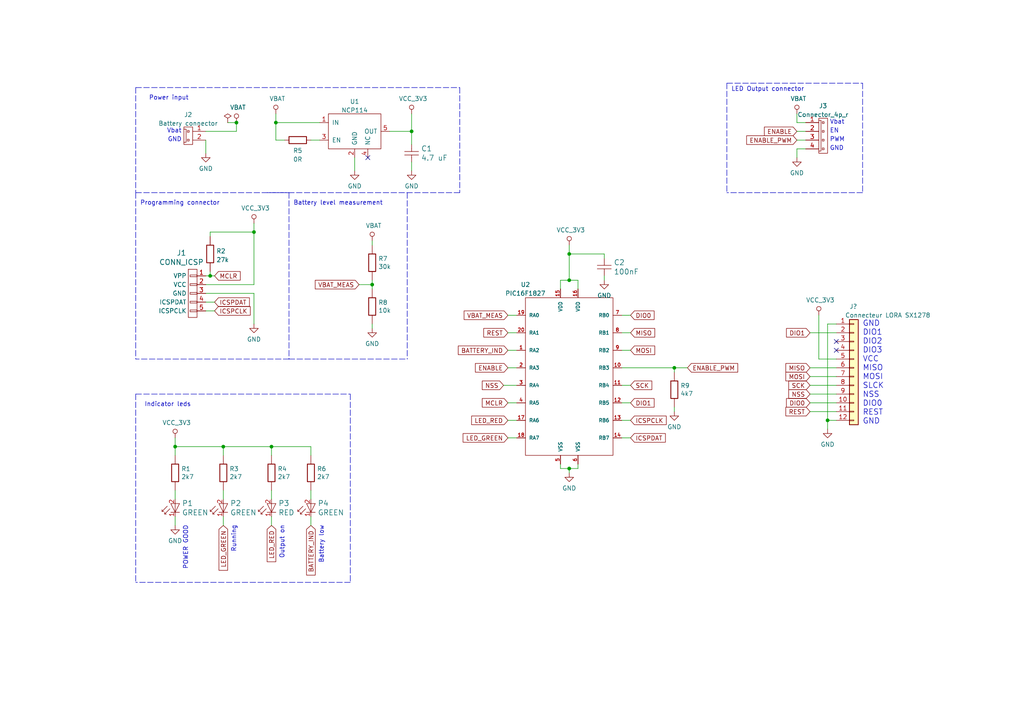
<source format=kicad_sch>
(kicad_sch (version 20211123) (generator eeschema)
  (paper "A4")
  (title_block (title "Lampe Solaire petite") (date "2020-09-26") (rev "r10") (company "ESN") (comment 1 "Esseiva Nicolas") (comment 2 "Lampe solaire commandée par un récepteur RF"))
  (lib_symbols
    (symbol "0ESN_Lib:AP3019A"
      (property "Reference" "U" (at -22.86 7.62 0))
      (property "Value" "AP3019A" (at -16.51 11.43 0))
      (symbol "AP3019A_0_1"
        (rectangle (start -7.62 5.08) (end 7.62 -5.08) (stroke (width 0.1524)) (fill (type background)))
      )
      (symbol "AP3019A_1_1"
        (pin input line (at -2.54 7.62 270) (length 2.54) (name "SW") (number "1"))
        (pin power_in line (at 0 -7.62 90) (length 2.54) (name "GND") (number "2"))
        (pin output line (at 10.16 -1.27 180) (length 2.54) (name "FB") (number "3"))
        (pin input line (at -10.16 -1.27 0) (length 2.54) (name "CTRL") (number "4"))
        (pin power_out line (at 2.54 7.62 270) (length 2.54) (name "Vout") (number "5"))
        (pin power_in line (at -10.16 1.27 0) (length 2.54) (name "Vin") (number "6"))
      )
    )
    (symbol "0ESN_Lib:Connector_2p" (pin_names (offset 1.016) hide)
      (property "Reference" "J" (at 0 3.81 0))
      (property "Value" "Connector_2p" (at -2.54 0 90))
      (symbol "Connector_2p_0_1"
        (rectangle (start -1.27 2.54) (end 1.27 -2.54))
        (polyline (pts (xy -0.635 1.905) (xy -1.27 1.905)) (stroke (width 0.1524)))
        (polyline (pts (xy -1.27 -1.905) (xy -0.635 -1.905) (xy -0.635 1.905)) (stroke (width 0.1524)))
        (rectangle (start 0.254 -1.016) (end -0.254 -1.524) (stroke (width 0.1524)))
        (rectangle (start 0.254 1.524) (end -0.254 1.016) (stroke (width 0.1524)))
      )
      (symbol "Connector_2p_1_1"
        (pin passive line (at 5.08 1.27 180) (length 3.81) (name "P1") (number "1"))
        (pin passive line (at 5.08 -1.27 180) (length 3.81) (name "P2") (number "2"))
      )
    )
    (symbol "0ESN_Lib:Connector_4p" (pin_names (offset 1.016) hide)
      (property "Reference" "J" (at 0 6.35 0))
      (property "Value" "Connector_4p" (at -2.54 2.54 90))
      (symbol "Connector_4p_0_1"
        (rectangle (start -1.27 5.08) (end 1.27 -5.08))
        (polyline (pts (xy -0.635 4.445) (xy -1.27 4.445)) (stroke (width 0.1524)))
        (polyline (pts (xy -1.27 -4.445) (xy -0.635 -4.445) (xy -0.635 4.445)) (stroke (width 0.1524)))
        (rectangle (start 0.254 -3.556) (end -0.254 -4.064) (stroke (width 0.1524)))
        (rectangle (start 0.254 -1.016) (end -0.254 -1.524) (stroke (width 0.1524)))
        (rectangle (start 0.254 1.524) (end -0.254 1.016) (stroke (width 0.1524)))
        (rectangle (start 0.254 4.064) (end -0.254 3.556) (stroke (width 0.1524)))
      )
      (symbol "Connector_4p_1_1"
        (pin passive line (at 5.08 3.81 180) (length 3.81) (name "P1") (number "1"))
        (pin passive line (at 5.08 1.27 180) (length 3.81) (name "P2") (number "2"))
        (pin passive line (at 5.08 -1.27 180) (length 3.81) (name "P3") (number "3"))
        (pin passive line (at 5.08 -3.81 180) (length 3.81) (name "P4") (number "4"))
      )
    )
    (symbol "0ESN_Lib:Connector_4p_r" (pin_names (offset 1.016) hide)
      (property "Reference" "J" (at 0 6.35 0))
      (property "Value" "Connector_4p_r" (at -2.54 2.54 90))
      (symbol "Connector_4p_r_0_1"
        (rectangle (start -1.27 5.08) (end 1.27 -5.08))
        (polyline (pts (xy -0.635 4.445) (xy -1.27 4.445)) (stroke (width 0.1524)))
        (polyline (pts (xy -1.27 -4.445) (xy -0.635 -4.445) (xy -0.635 4.445)) (stroke (width 0.1524)))
        (rectangle (start 0.254 -3.556) (end -0.254 -4.064) (stroke (width 0.1524)))
        (rectangle (start 0.254 -1.016) (end -0.254 -1.524) (stroke (width 0.1524)))
        (rectangle (start 0.254 1.524) (end -0.254 1.016) (stroke (width 0.1524)))
        (rectangle (start 0.254 4.064) (end -0.254 3.556) (stroke (width 0.1524)))
      )
      (symbol "Connector_4p_r_1_1"
        (pin passive line (at -5.08 3.81 0) (length 3.81) (name "P1") (number "1"))
        (pin passive line (at -5.08 1.27 0) (length 3.81) (name "P2") (number "2"))
        (pin passive line (at -5.08 -1.27 0) (length 3.81) (name "P3") (number "3"))
        (pin passive line (at -5.08 -3.81 0) (length 3.81) (name "P4") (number "4"))
      )
    )
    (symbol "0ESN_Lib:NCP114" (pin_names (offset 1.016))
      (property "Reference" "U" (at 5.08 8.89 0))
      (property "Value" "NCP114" (at 5.08 6.35 0))
      (symbol "NCP114_0_1"
        (rectangle (start -7.62 5.08) (end 7.62 -5.08))
      )
      (symbol "NCP114_1_1"
        (pin power_in line (at -10.16 2.54 0) (length 2.54) (name "IN") (number "1"))
        (pin power_in line (at 0 -7.62 90) (length 2.54) (name "GND") (number "2"))
        (pin input line (at -10.16 -2.54 0) (length 2.54) (name "EN") (number "3"))
        (pin passive line (at 3.81 -7.62 90) (length 2.54) (name "NC") (number "4"))
        (pin power_out line (at 10.16 0 180) (length 2.54) (name "OUT") (number "5"))
      )
    )
    (symbol "Connector_Generic:Conn_01x12" (pin_names (offset 1.016) hide)
      (property "Reference" "J" (at 0 15.24 0))
      (property "Value" "Conn_01x12" (at 0 -17.78 0))
      (symbol "Conn_01x12_1_1"
        (rectangle (start -1.27 -15.113) (end 0 -15.367) (stroke (width 0.1524)))
        (rectangle (start -1.27 -12.573) (end 0 -12.827) (stroke (width 0.1524)))
        (rectangle (start -1.27 -10.033) (end 0 -10.287) (stroke (width 0.1524)))
        (rectangle (start -1.27 -7.493) (end 0 -7.747) (stroke (width 0.1524)))
        (rectangle (start -1.27 -4.953) (end 0 -5.207) (stroke (width 0.1524)))
        (rectangle (start -1.27 -2.413) (end 0 -2.667) (stroke (width 0.1524)))
        (rectangle (start -1.27 0.127) (end 0 -0.127) (stroke (width 0.1524)))
        (rectangle (start -1.27 2.667) (end 0 2.413) (stroke (width 0.1524)))
        (rectangle (start -1.27 5.207) (end 0 4.953) (stroke (width 0.1524)))
        (rectangle (start -1.27 7.747) (end 0 7.493) (stroke (width 0.1524)))
        (rectangle (start -1.27 10.287) (end 0 10.033) (stroke (width 0.1524)))
        (rectangle (start -1.27 12.827) (end 0 12.573) (stroke (width 0.1524)))
        (rectangle (start -1.27 13.97) (end 1.27 -16.51) (stroke (width 0.254)) (fill (type background)))
        (pin passive line (at -5.08 12.7 0) (length 3.81) (name "Pin_1") (number "1"))
        (pin passive line (at -5.08 -10.16 0) (length 3.81) (name "Pin_10") (number "10"))
        (pin passive line (at -5.08 -12.7 0) (length 3.81) (name "Pin_11") (number "11"))
        (pin passive line (at -5.08 -15.24 0) (length 3.81) (name "Pin_12") (number "12"))
        (pin passive line (at -5.08 10.16 0) (length 3.81) (name "Pin_2") (number "2"))
        (pin passive line (at -5.08 7.62 0) (length 3.81) (name "Pin_3") (number "3"))
        (pin passive line (at -5.08 5.08 0) (length 3.81) (name "Pin_4") (number "4"))
        (pin passive line (at -5.08 2.54 0) (length 3.81) (name "Pin_5") (number "5"))
        (pin passive line (at -5.08 0 0) (length 3.81) (name "Pin_6") (number "6"))
        (pin passive line (at -5.08 -2.54 0) (length 3.81) (name "Pin_7") (number "7"))
        (pin passive line (at -5.08 -5.08 0) (length 3.81) (name "Pin_8") (number "8"))
        (pin passive line (at -5.08 -7.62 0) (length 3.81) (name "Pin_9") (number "9"))
      )
    )
    (symbol "Device:C_Small" (pin_numbers hide) (pin_names (offset 0.254) hide)
      (property "Reference" "C" (at 0.254 1.778 0))
      (property "Value" "C_Small" (at 0.254 -2.032 0))
      (symbol "C_Small_0_1"
        (polyline (pts (xy -1.524 -0.508) (xy 1.524 -0.508)) (stroke (width 0.3302)))
        (polyline (pts (xy -1.524 0.508) (xy 1.524 0.508)) (stroke (width 0.3048)))
      )
      (symbol "C_Small_1_1"
        (pin passive line (at 0 2.54 270) (length 2.032) (name "~") (number "1"))
        (pin passive line (at 0 -2.54 90) (length 2.032) (name "~") (number "2"))
      )
    )
    (symbol "Device:L" (pin_numbers hide) (pin_names (offset 1.016) hide)
      (property "Reference" "L" (at -1.27 0 90))
      (property "Value" "L" (at 1.905 0 90))
      (symbol "L_0_1"
        (arc (start 0 -2.54) (mid 0.635 -1.905) (end 0 -1.27))
        (arc (start 0 -1.27) (mid 0.635 -0.635) (end 0 0))
        (arc (start 0 0) (mid 0.635 0.635) (end 0 1.27))
        (arc (start 0 1.27) (mid 0.635 1.905) (end 0 2.54))
      )
      (symbol "L_1_1"
        (pin passive line (at 0 3.81 270) (length 1.27) (name "1") (number "1"))
        (pin passive line (at 0 -3.81 90) (length 1.27) (name "2") (number "2"))
      )
    )
    (symbol "Device:LED_Series" (pin_names (offset 1.016) hide)
      (property "Reference" "D" (at 0 5.715 0))
      (property "Value" "LED_Series" (at 0 3.81 0))
      (symbol "LED_Series_0_1"
        (polyline (pts (xy -3.81 0) (xy -1.016 0)))
        (polyline (pts (xy -3.683 -1.27) (xy -3.683 1.27)) (stroke (width 0.254)))
        (polyline (pts (xy -0.508 0) (xy -0.762 0)))
        (polyline (pts (xy 0.127 0) (xy -0.127 0)))
        (polyline (pts (xy 0.508 0) (xy 0.762 0)))
        (polyline (pts (xy 1.016 0) (xy 3.81 0)))
        (polyline (pts (xy 1.143 -1.27) (xy 1.143 1.27)) (stroke (width 0.254)))
        (polyline (pts (xy -1.143 -1.27) (xy -1.143 1.27) (xy -3.683 0) (xy -1.143 -1.27)) (stroke (width 0.254)))
        (polyline (pts (xy 3.683 -1.27) (xy 3.683 1.27) (xy 1.143 0) (xy 3.683 -1.27)) (stroke (width 0.254)))
        (polyline (pts (xy -3.302 1.397) (xy -1.778 2.921) (xy -2.54 2.921) (xy -1.778 2.921) (xy -1.778 2.159)))
        (polyline (pts (xy -2.032 1.397) (xy -0.508 2.921) (xy -1.27 2.921) (xy -0.508 2.921) (xy -0.508 2.159)))
        (polyline (pts (xy 1.524 1.397) (xy 3.048 2.921) (xy 2.286 2.921) (xy 3.048 2.921) (xy 3.048 2.159)))
        (polyline (pts (xy 2.794 1.397) (xy 4.318 2.921) (xy 3.556 2.921) (xy 4.318 2.921) (xy 4.318 2.159)))
      )
      (symbol "LED_Series_1_1"
        (pin passive line (at -6.35 0 0) (length 2.54) (name "K") (number "1"))
        (pin passive line (at 6.35 0 180) (length 2.54) (name "A") (number "2"))
      )
    )
    (symbol "Device:R" (pin_numbers hide) (pin_names (offset 0))
      (property "Reference" "R" (at 2.032 0 90))
      (property "Value" "R" (at 0 0 90))
      (symbol "R_0_1"
        (rectangle (start -1.016 -2.54) (end 1.016 2.54) (stroke (width 0.254)))
      )
      (symbol "R_1_1"
        (pin passive line (at 0 3.81 270) (length 1.27) (name "~") (number "1"))
        (pin passive line (at 0 -3.81 90) (length 1.27) (name "~") (number "2"))
      )
    )
    (symbol "Device:R_Potentiometer_Trim" (pin_names (offset 1.016) hide)
      (property "Reference" "RV" (at -4.445 0 90))
      (property "Value" "R_Potentiometer_Trim" (at -2.54 0 90))
      (symbol "R_Potentiometer_Trim_0_1"
        (polyline (pts (xy 1.524 0.762) (xy 1.524 -0.762)))
        (polyline (pts (xy 2.54 0) (xy 1.524 0)))
        (rectangle (start 1.016 2.54) (end -1.016 -2.54) (stroke (width 0.254)))
      )
      (symbol "R_Potentiometer_Trim_1_1"
        (pin passive line (at 0 3.81 270) (length 1.27) (name "1") (number "1"))
        (pin passive line (at 3.81 0 180) (length 1.27) (name "2") (number "2"))
        (pin passive line (at 0 -3.81 90) (length 1.27) (name "3") (number "3"))
      )
    )
    (symbol "LampeSolaire2-rescue:CAPA-0EsseivaN_Lib" (pin_numbers hide) (pin_names (offset 1.016) hide)
      (property "Reference" "C" (at 0 3.81 0))
      (property "Value" "CAPA-0EsseivaN_Lib" (at 0 -3.81 0))
      (symbol "CAPA-0EsseivaN_Lib_0_1"
        (polyline (pts (xy -0.508 0) (xy -1.27 0)))
        (polyline (pts (xy -0.508 2.032) (xy -0.508 -2.032)))
        (polyline (pts (xy 0.508 0) (xy 1.27 0)))
        (polyline (pts (xy 0.508 2.032) (xy 0.508 -2.032)))
      )
      (symbol "CAPA-0EsseivaN_Lib_1_1"
        (pin passive line (at -2.54 0 0) (length 1.27) (name "~") (number "1"))
        (pin passive line (at 2.54 0 180) (length 1.27) (name "~") (number "2"))
      )
    )
    (symbol "LampeSolaire2-rescue:CONN_ICSP-0EsseivaN_Lib" (pin_names (offset 3.048))
      (property "Reference" "X" (at 3.81 15.24 0))
      (property "Value" "CONN_ICSP-0EsseivaN_Lib" (at 3.81 12.7 0))
      (symbol "CONN_ICSP-0EsseivaN_Lib_0_0"
        (rectangle (start 5.08 -1.016) (end 3.048 -1.524))
        (rectangle (start 5.08 1.524) (end 3.048 1.016))
        (rectangle (start 5.08 4.064) (end 3.048 3.556))
        (rectangle (start 5.08 6.604) (end 3.048 6.096))
        (rectangle (start 5.08 9.144) (end 3.048 8.636))
        (rectangle (start 5.08 10.795) (end 2.54 -3.175))
      )
      (symbol "CONN_ICSP-0EsseivaN_Lib_1_1"
        (pin output line (at 7.62 8.89 180) (length 2.54) (name "VPP") (number "1"))
        (pin power_out line (at 7.62 6.35 180) (length 2.54) (name "VCC") (number "2"))
        (pin power_out line (at 7.62 3.81 180) (length 2.54) (name "GND") (number "3"))
        (pin bidirectional line (at 7.62 1.27 180) (length 2.54) (name "ICSPDAT") (number "4"))
        (pin bidirectional line (at 7.62 -1.27 180) (length 2.54) (name "ICSPCLK") (number "5"))
      )
    )
    (symbol "LampeSolaire2-rescue:LED-0EsseivaN_Lib" (pin_names (offset 0) hide)
      (property "Reference" "P" (at -1.016 5.842 0))
      (property "Value" "LED-0EsseivaN_Lib" (at -1.27 3.81 0))
      (symbol "LED-0EsseivaN_Lib_0_0"
        (polyline (pts (xy -1.27 0) (xy 1.27 0)))
        (polyline (pts (xy -0.508 -2.286) (xy 1.016 -3.81)))
        (polyline (pts (xy 0.254 -1.524) (xy 1.778 -3.048)))
        (polyline (pts (xy 1.27 1.27) (xy 1.27 -1.27)))
        (polyline (pts (xy 1.016 -3.302) (xy 1.016 -3.81) (xy 0.508 -3.81)))
        (polyline (pts (xy 1.778 -2.54) (xy 1.778 -3.048) (xy 1.27 -3.048)))
        (polyline (pts (xy -1.27 1.27) (xy -1.27 -1.27) (xy 1.27 0) (xy -1.27 1.27)))
      )
      (symbol "LED-0EsseivaN_Lib_1_1"
        (pin passive line (at 2.54 0 180) (length 1.27) (name "Cathode") (number "1"))
        (pin passive line (at -2.54 0 0) (length 1.27) (name "Anode") (number "2"))
      )
    )
    (symbol "LampeSolaire2-rescue:PIC16F1827_20-0EsseivaN_Lib" (pin_names (offset 1.016))
      (property "Reference" "U" (at -15.24 26.67 0))
      (property "Value" "PIC16F1827_20-0EsseivaN_Lib" (at -19.05 24.13 0))
      (symbol "PIC16F1827_20-0EsseivaN_Lib_0_0"
        (pin bidirectional line (at -15.24 7.62 0) (length 2.54) (name "RA2") (number "1"))
        (pin bidirectional line (at 15.24 2.54 180) (length 2.54) (name "RB3") (number "10"))
        (pin bidirectional line (at 15.24 -2.54 180) (length 2.54) (name "RB4") (number "11"))
        (pin bidirectional line (at 15.24 -7.62 180) (length 2.54) (name "RB5") (number "12"))
        (pin bidirectional line (at 15.24 -12.7 180) (length 2.54) (name "RB6") (number "13"))
        (pin bidirectional line (at 15.24 -17.78 180) (length 2.54) (name "RB7") (number "14"))
        (pin power_in line (at -2.54 25.4 270) (length 2.54) (name "VDD") (number "15"))
        (pin power_in line (at 2.54 25.4 270) (length 2.54) (name "VDD") (number "16"))
        (pin bidirectional line (at -15.24 -12.7 0) (length 2.54) (name "RA6") (number "17"))
        (pin bidirectional line (at -15.24 -17.78 0) (length 2.54) (name "RA7") (number "18"))
        (pin bidirectional line (at -15.24 17.78 0) (length 2.54) (name "RA0") (number "19"))
        (pin bidirectional line (at -15.24 2.54 0) (length 2.54) (name "RA3") (number "2"))
        (pin bidirectional line (at -15.24 12.7 0) (length 2.54) (name "RA1") (number "20"))
        (pin bidirectional line (at -15.24 -2.54 0) (length 2.54) (name "RA4") (number "3"))
        (pin bidirectional line (at -15.24 -7.62 0) (length 2.54) (name "RA5") (number "4"))
        (pin power_in line (at -2.54 -25.4 90) (length 2.54) (name "VSS") (number "5"))
        (pin bidirectional line (at 15.24 12.7 180) (length 2.54) (name "RB1") (number "8"))
        (pin bidirectional line (at 15.24 7.62 180) (length 2.54) (name "RB2") (number "9"))
      )
      (symbol "PIC16F1827_20-0EsseivaN_Lib_0_1"
        (rectangle (start -12.7 22.86) (end 12.7 -22.86))
      )
      (symbol "PIC16F1827_20-0EsseivaN_Lib_1_0"
        (pin bidirectional line (at 15.24 17.78 180) (length 2.54) (name "RB0") (number "7"))
      )
      (symbol "PIC16F1827_20-0EsseivaN_Lib_1_1"
        (pin power_in line (at 2.54 -25.4 90) (length 2.54) (name "VSS") (number "6"))
      )
    )
    (symbol "LampeSolaire2-rescue:PWR_FLAG-power-0EsseivaN_Lib" (power) (pin_numbers hide) (pin_names (offset 0) hide)
      (symbol "PWR_FLAG-power-0EsseivaN_Lib_0_0"
        (pin power_out line (at 0 0 90) (length 0) (name "pwr") (number "1"))
      )
      (symbol "PWR_FLAG-power-0EsseivaN_Lib_0_1"
        (polyline (pts (xy 0 0) (xy 0 1.27) (xy -1.016 1.905) (xy 0 2.54) (xy 1.016 1.905) (xy 0 1.27)))
      )
    )
    (symbol "LampeSolaire2-rescue:R-0EsseivaN_Lib" (pin_numbers hide) (pin_names (offset 0))
      (property "Reference" "R" (at 2.032 0 90))
      (property "Value" "R-0EsseivaN_Lib" (at 0 0 90))
      (symbol "R-0EsseivaN_Lib_0_1"
        (rectangle (start -1.016 -2.54) (end 1.016 2.54) (stroke (width 0.254)))
      )
      (symbol "R-0EsseivaN_Lib_1_1"
        (pin passive line (at 0 5.08 270) (length 2.54) (name "~") (number "1"))
        (pin passive line (at 0 -5.08 90) (length 2.54) (name "~") (number "2"))
      )
    )
    (symbol "LampeSolaire2-rescue:VBAT-0EsseivaN_Lib" (power) (pin_names (offset 0))
      (property "Value" "VBAT-0EsseivaN_Lib" (at 0 3.81 0))
      (symbol "VBAT-0EsseivaN_Lib_0_1"
        (polyline (pts (xy 0 0) (xy 0 1.27)))
        (circle (center 0 1.905) (radius 0.635))
      )
      (symbol "VBAT-0EsseivaN_Lib_1_1"
        (pin power_in line (at 0 0 90) (length 0) hide (name "VBAT") (number "1"))
      )
    )
    (symbol "LampeSolaire2-rescue:VCC_3V3-0EsseivaN_Lib" (power) (pin_names (offset 0))
      (property "Value" "VCC_3V3-0EsseivaN_Lib" (at 0 3.81 0))
      (symbol "VCC_3V3-0EsseivaN_Lib_0_1"
        (polyline (pts (xy 0 0) (xy 0 1.27)))
        (circle (center 0 1.905) (radius 0.635))
      )
      (symbol "VCC_3V3-0EsseivaN_Lib_1_1"
        (pin power_in line (at 0 0 90) (length 0) hide (name "VCC_3V3") (number "1"))
      )
    )
    (symbol "power:GND" (power) (pin_names (offset 0))
      (property "Value" "GND" (at 0 -3.81 0))
      (symbol "GND_0_1"
        (polyline (pts (xy 0 0) (xy 0 -1.27) (xy 1.27 -1.27) (xy 0 -2.54) (xy -1.27 -1.27) (xy 0 -1.27)))
      )
      (symbol "GND_1_1"
        (pin power_in line (at 0 0 270) (length 0) hide (name "GND") (number "1"))
      )
    )
  )
  (junction (at 73.66 67.31))
  (junction (at 392.43 105.41))
  (junction (at 334.01 87.63))
  (junction (at 68.58 35.56))
  (junction (at 354.33 101.6))
  (junction (at 50.8 129.54))
  (junction (at 335.28 101.6))
  (junction (at 372.11 105.41))
  (junction (at 165.1 135.89))
  (junction (at 119.38 38.1))
  (junction (at 165.1 81.28))
  (junction (at 372.11 95.25))
  (junction (at 240.03 121.92))
  (junction (at 107.95 82.55))
  (junction (at 337.82 81.28))
  (junction (at 80.01 35.56))
  (junction (at 330.2 92.71))
  (junction (at 195.58 106.68))
  (junction (at 165.1 73.66))
  (junction (at 372.11 76.2))
  (junction (at 372.11 92.71))
  (junction (at 64.77 129.54))
  (junction (at 78.74 129.54))
  (junction (at 60.96 80.01))
  (no_connect (at 242.57 99.06))
  (no_connect (at 242.57 101.6))
  (no_connect (at 106.68 45.72))
  (no_connect (at 388.62 104.14))
  (wire (pts (xy 59.69 80.01) (xy 60.96 80.01)))
  (polyline (pts (xy 83.82 104.14) (xy 118.11 104.14)))
  (wire (pts (xy 334.01 81.28) (xy 337.82 81.28)))
  (wire (pts (xy 119.38 33.02) (xy 119.38 38.1)))
  (wire (pts (xy 327.66 90.17) (xy 330.2 90.17)))
  (polyline (pts (xy 425.45 73.66) (xy 425.45 109.22)))
  (wire (pts (xy 242.57 93.98) (xy 240.03 93.98)))
  (polyline (pts (xy 250.19 24.13) (xy 250.19 55.88)))
  (wire (pts (xy 180.34 101.6) (xy 182.88 101.6)))
  (polyline (pts (xy 39.37 25.4) (xy 39.37 55.88)))
  (wire (pts (xy 147.32 121.92) (xy 149.86 121.92)))
  (wire (pts (xy 64.77 142.24) (xy 64.77 144.78)))
  (wire (pts (xy 107.95 93.98) (xy 107.95 95.25)))
  (wire (pts (xy 50.8 142.24) (xy 50.8 144.78)))
  (wire (pts (xy 337.82 90.17) (xy 344.17 90.17)))
  (wire (pts (xy 165.1 71.12) (xy 165.1 73.66)))
  (wire (pts (xy 372.11 105.41) (xy 372.11 102.87)))
  (wire (pts (xy 162.56 83.82) (xy 162.56 81.28)))
  (polyline (pts (xy 83.82 55.88) (xy 83.82 55.88)))
  (wire (pts (xy 107.95 82.55) (xy 107.95 83.82)))
  (wire (pts (xy 327.66 92.71) (xy 330.2 92.71)))
  (wire (pts (xy 50.8 127) (xy 50.8 129.54)))
  (polyline (pts (xy 250.19 55.88) (xy 210.82 55.88)))
  (wire (pts (xy 356.87 76.2) (xy 372.11 76.2)))
  (wire (pts (xy 316.23 87.63) (xy 334.01 87.63)))
  (wire (pts (xy 231.14 40.64) (xy 233.68 40.64)))
  (wire (pts (xy 351.79 81.28) (xy 351.79 83.82)))
  (polyline (pts (xy 83.82 55.88) (xy 83.82 104.14)))
  (wire (pts (xy 60.96 78.74) (xy 60.96 80.01)))
  (polyline (pts (xy 39.37 114.3) (xy 39.37 168.91)))
  (wire (pts (xy 316.23 92.71) (xy 320.04 92.71)))
  (wire (pts (xy 195.58 106.68) (xy 199.39 106.68)))
  (wire (pts (xy 400.05 85.09) (xy 400.05 76.2)))
  (wire (pts (xy 147.32 106.68) (xy 149.86 106.68)))
  (wire (pts (xy 175.26 81.28) (xy 175.26 80.01)))
  (polyline (pts (xy 210.82 24.13) (xy 210.82 55.88)))
  (wire (pts (xy 335.28 87.63) (xy 334.01 87.63)))
  (polyline (pts (xy 304.8 109.22) (xy 318.77 109.22)))
  (polyline (pts (xy 118.11 55.88) (xy 118.11 104.14)))
  (wire (pts (xy 90.17 40.64) (xy 92.71 40.64)))
  (wire (pts (xy 180.34 96.52) (xy 182.88 96.52)))
  (wire (pts (xy 165.1 81.28) (xy 165.1 73.66)))
  (polyline (pts (xy 39.37 25.4) (xy 133.35 25.4)))
  (wire (pts (xy 335.28 99.06) (xy 335.28 101.6)))
  (wire (pts (xy 240.03 93.98) (xy 240.03 121.92)))
  (wire (pts (xy 354.33 101.6) (xy 354.33 105.41)))
  (wire (pts (xy 119.38 46.99) (xy 119.38 49.53)))
  (wire (pts (xy 107.95 82.55) (xy 104.14 82.55)))
  (wire (pts (xy 354.33 105.41) (xy 372.11 105.41)))
  (wire (pts (xy 180.34 116.84) (xy 182.88 116.84)))
  (wire (pts (xy 60.96 80.01) (xy 62.23 80.01)))
  (wire (pts (xy 167.64 135.89) (xy 167.64 134.62)))
  (polyline (pts (xy 39.37 55.88) (xy 39.37 104.14)))
  (wire (pts (xy 392.43 100.33) (xy 392.43 105.41)))
  (wire (pts (xy 180.34 121.92) (xy 182.88 121.92)))
  (wire (pts (xy 335.28 101.6) (xy 354.33 101.6)))
  (polyline (pts (xy 425.45 109.22) (xy 318.77 109.22)))
  (wire (pts (xy 372.11 76.2) (xy 372.11 77.47)))
  (polyline (pts (xy 101.6 114.3) (xy 101.6 168.91)))
  (wire (pts (xy 59.69 82.55) (xy 73.66 82.55)))
  (polyline (pts (xy 101.6 168.91) (xy 39.37 168.91)))
  (wire (pts (xy 80.01 35.56) (xy 80.01 40.64)))
  (wire (pts (xy 337.82 81.28) (xy 337.82 90.17)))
  (wire (pts (xy 334.01 87.63) (xy 334.01 81.28)))
  (wire (pts (xy 60.96 67.31) (xy 73.66 67.31)))
  (wire (pts (xy 317.5 95.25) (xy 317.5 101.6)))
  (wire (pts (xy 59.69 90.17) (xy 62.23 90.17)))
  (wire (pts (xy 330.2 90.17) (xy 330.2 92.71)))
  (polyline (pts (xy 210.82 24.13) (xy 250.19 24.13)))
  (wire (pts (xy 68.58 38.1) (xy 68.58 35.56)))
  (wire (pts (xy 372.11 90.17) (xy 372.11 92.71)))
  (wire (pts (xy 231.14 33.02) (xy 231.14 35.56)))
  (wire (pts (xy 175.26 73.66) (xy 165.1 73.66)))
  (wire (pts (xy 234.95 96.52) (xy 242.57 96.52)))
  (wire (pts (xy 73.66 85.09) (xy 73.66 93.98)))
  (wire (pts (xy 317.5 101.6) (xy 335.28 101.6)))
  (wire (pts (xy 80.01 35.56) (xy 92.71 35.56)))
  (wire (pts (xy 372.11 105.41) (xy 392.43 105.41)))
  (wire (pts (xy 231.14 43.18) (xy 231.14 45.72)))
  (wire (pts (xy 372.11 92.71) (xy 372.11 95.25)))
  (polyline (pts (xy 83.82 104.14) (xy 39.37 104.14)))
  (wire (pts (xy 78.74 149.86) (xy 78.74 152.4)))
  (wire (pts (xy 102.87 45.72) (xy 102.87 49.53)))
  (wire (pts (xy 316.23 90.17) (xy 320.04 90.17)))
  (wire (pts (xy 180.34 106.68) (xy 195.58 106.68)))
  (wire (pts (xy 64.77 129.54) (xy 64.77 132.08)))
  (wire (pts (xy 347.98 81.28) (xy 351.79 81.28)))
  (wire (pts (xy 237.49 91.44) (xy 237.49 104.14)))
  (wire (pts (xy 234.95 111.76) (xy 242.57 111.76)))
  (wire (pts (xy 240.03 121.92) (xy 242.57 121.92)))
  (wire (pts (xy 195.58 119.38) (xy 195.58 118.11)))
  (wire (pts (xy 234.95 109.22) (xy 242.57 109.22)))
  (wire (pts (xy 113.03 38.1) (xy 119.38 38.1)))
  (wire (pts (xy 50.8 149.86) (xy 50.8 152.4)))
  (wire (pts (xy 119.38 38.1) (xy 119.38 41.91)))
  (wire (pts (xy 175.26 73.66) (xy 175.26 74.93)))
  (wire (pts (xy 90.17 129.54) (xy 90.17 132.08)))
  (wire (pts (xy 356.87 83.82) (xy 356.87 76.2)))
  (wire (pts (xy 400.05 105.41) (xy 392.43 105.41)))
  (wire (pts (xy 50.8 129.54) (xy 64.77 129.54)))
  (wire (pts (xy 400.05 76.2) (xy 372.11 76.2)))
  (wire (pts (xy 330.2 92.71) (xy 344.17 92.71)))
  (wire (pts (xy 59.69 38.1) (xy 68.58 38.1)))
  (wire (pts (xy 90.17 149.86) (xy 90.17 152.4)))
  (wire (pts (xy 388.62 95.25) (xy 388.62 96.52)))
  (wire (pts (xy 234.95 116.84) (xy 242.57 116.84)))
  (wire (pts (xy 354.33 101.6) (xy 354.33 99.06)))
  (wire (pts (xy 59.69 87.63) (xy 62.23 87.63)))
  (wire (pts (xy 364.49 92.71) (xy 372.11 92.71)))
  (wire (pts (xy 234.95 106.68) (xy 242.57 106.68)))
  (wire (pts (xy 340.36 81.28) (xy 337.82 81.28)))
  (wire (pts (xy 64.77 129.54) (xy 78.74 129.54)))
  (wire (pts (xy 64.77 149.86) (xy 64.77 152.4)))
  (wire (pts (xy 80.01 33.02) (xy 80.01 35.56)))
  (wire (pts (xy 60.96 68.58) (xy 60.96 67.31)))
  (wire (pts (xy 78.74 129.54) (xy 78.74 132.08)))
  (wire (pts (xy 147.32 101.6) (xy 149.86 101.6)))
  (wire (pts (xy 167.64 81.28) (xy 167.64 83.82)))
  (wire (pts (xy 73.66 67.31) (xy 73.66 82.55)))
  (wire (pts (xy 372.11 95.25) (xy 388.62 95.25)))
  (polyline (pts (xy 39.37 55.88) (xy 83.82 55.88)))
  (wire (pts (xy 107.95 81.28) (xy 107.95 82.55)))
  (wire (pts (xy 146.05 111.76) (xy 149.86 111.76)))
  (wire (pts (xy 180.34 91.44) (xy 182.88 91.44)))
  (wire (pts (xy 59.69 40.64) (xy 59.69 44.45)))
  (wire (pts (xy 162.56 81.28) (xy 165.1 81.28)))
  (wire (pts (xy 165.1 135.89) (xy 167.64 135.89)))
  (wire (pts (xy 233.68 43.18) (xy 231.14 43.18)))
  (wire (pts (xy 90.17 142.24) (xy 90.17 144.78)))
  (wire (pts (xy 78.74 129.54) (xy 90.17 129.54)))
  (wire (pts (xy 162.56 135.89) (xy 165.1 135.89)))
  (wire (pts (xy 66.04 35.56) (xy 68.58 35.56)))
  (wire (pts (xy 78.74 142.24) (xy 78.74 144.78)))
  (wire (pts (xy 234.95 114.3) (xy 242.57 114.3)))
  (wire (pts (xy 147.32 127) (xy 149.86 127)))
  (polyline (pts (xy 304.8 73.66) (xy 318.77 73.66)))
  (wire (pts (xy 50.8 129.54) (xy 50.8 132.08)))
  (wire (pts (xy 147.32 91.44) (xy 149.86 91.44)))
  (wire (pts (xy 59.69 85.09) (xy 73.66 85.09)))
  (wire (pts (xy 165.1 137.16) (xy 165.1 135.89)))
  (wire (pts (xy 195.58 107.95) (xy 195.58 106.68)))
  (wire (pts (xy 400.05 90.17) (xy 400.05 105.41)))
  (polyline (pts (xy 133.35 55.88) (xy 77.47 55.88)))
  (wire (pts (xy 165.1 81.28) (xy 167.64 81.28)))
  (wire (pts (xy 240.03 121.92) (xy 240.03 124.46)))
  (wire (pts (xy 162.56 134.62) (xy 162.56 135.89)))
  (polyline (pts (xy 133.35 25.4) (xy 133.35 55.88)))
  (wire (pts (xy 316.23 95.25) (xy 317.5 95.25)))
  (wire (pts (xy 335.28 93.98) (xy 335.28 87.63)))
  (wire (pts (xy 180.34 127) (xy 182.88 127)))
  (wire (pts (xy 231.14 35.56) (xy 233.68 35.56)))
  (wire (pts (xy 80.01 40.64) (xy 82.55 40.64)))
  (wire (pts (xy 73.66 64.77) (xy 73.66 67.31)))
  (wire (pts (xy 147.32 116.84) (xy 149.86 116.84)))
  (polyline (pts (xy 318.77 73.66) (xy 425.45 73.66)))
  (wire (pts (xy 231.14 38.1) (xy 233.68 38.1)))
  (wire (pts (xy 242.57 104.14) (xy 237.49 104.14)))
  (polyline (pts (xy 39.37 114.3) (xy 101.6 114.3)))
  (wire (pts (xy 234.95 119.38) (xy 242.57 119.38)))
  (wire (pts (xy 180.34 111.76) (xy 182.88 111.76)))
  (wire (pts (xy 147.32 96.52) (xy 149.86 96.52)))
  (polyline (pts (xy 304.8 73.66) (xy 304.8 109.22)))
  (wire (pts (xy 107.95 71.12) (xy 107.95 69.85)))
  (text "POWER GOOD" (at 54.61 152.4 270) (effects (font (size 1.27 1.27)) (justify right bottom)))
  (text "P = U^2/R = 0.2^2/R = 40/R mW ohm" (at 384.81 93.98 0) (effects (font (size 1.27 1.27)) (justify left bottom)))
  (text "Vbat" (at 52.705 38.735 180) (effects (font (size 1.27 1.27)) (justify right bottom)))
  (text "Partie leds, sur PCB séparé" (at 320.04 76.2 0) (effects (font (size 1.27 1.27)) (justify left bottom)))
  (text "Output on" (at 82.55 152.4 270) (effects (font (size 1.27 1.27)) (justify right bottom)))
  (text "Power input" (at 43.18 29.21 0) (effects (font (size 1.27 1.27)) (justify left bottom)))
  (text "PWM" (at 240.665 41.275 0) (effects (font (size 1.27 1.27)) (justify left bottom)))
  (text "GND" (at 240.665 43.815 0) (effects (font (size 1.27 1.27)) (justify left bottom)))
  (text "EN" (at 240.665 38.735 0) (effects (font (size 1.27 1.27)) (justify left bottom)))
  (text "Vbat" (at 240.665 36.195 0) (effects (font (size 1.27 1.27)) (justify left bottom)))
  (text "GND\nDIO1\nDIO2\nDIO3\nVCC\nMISO\nMOSI\nSLCK\nNSS\nDIO0\nREST\nGND" (at 250.19 123.19 0) (effects (font (size 1.6 1.6)) (justify left bottom)))
  (text "Battery low" (at 93.98 152.4 270) (effects (font (size 1.27 1.27)) (justify right bottom)))
  (text "Battery level measurement" (at 85.09 59.69 0) (effects (font (size 1.27 1.27)) (justify left bottom)))
  (text "GND" (at 52.705 41.275 180) (effects (font (size 1.27 1.27)) (justify right bottom)))
  (text "Programming connector" (at 40.64 59.69 0) (effects (font (size 1.27 1.27)) (justify left bottom)))
  (text "LED Output connector" (at 212.09 26.67 0) (effects (font (size 1.27 1.27)) (justify left bottom)))
  (text "Indicator leds" (at 41.91 118.11 0) (effects (font (size 1.27 1.27)) (justify left bottom)))
  (text "Running" (at 68.58 152.4 270) (effects (font (size 1.27 1.27)) (justify right bottom)))
  (global_label "REST" (shape input) (at 234.95 119.38 180) (property "Intersheet References" "${INTERSHEET_REFS}" (effects hide)))
  (global_label "LED_RED" (shape input) (at 147.32 121.92 180) (property "Intersheet References" "${INTERSHEET_REFS}" (effects hide)))
  (global_label "NSS" (shape input) (at 146.05 111.76 180) (property "Intersheet References" "${INTERSHEET_REFS}" (effects hide)))
  (global_label "ENABLE" (shape input) (at 147.32 106.68 180) (property "Intersheet References" "${INTERSHEET_REFS}" (effects hide)))
  (global_label "BATTERY_IND" (shape input) (at 90.17 152.4 270) (property "Intersheet References" "${INTERSHEET_REFS}" (effects hide)))
  (global_label "MISO" (shape input) (at 182.88 96.52 0) (property "Intersheet References" "${INTERSHEET_REFS}" (effects hide)))
  (global_label "ICSPDAT" (shape input) (at 62.23 87.63 0) (property "Intersheet References" "${INTERSHEET_REFS}" (effects hide)))
  (global_label "LED_GREEN" (shape input) (at 147.32 127 180) (property "Intersheet References" "${INTERSHEET_REFS}" (effects hide)))
  (global_label "NSS" (shape input) (at 234.95 114.3 180) (property "Intersheet References" "${INTERSHEET_REFS}" (effects hide)))
  (global_label "REST" (shape input) (at 147.32 96.52 180) (property "Intersheet References" "${INTERSHEET_REFS}" (effects hide)))
  (global_label "DIO0" (shape input) (at 182.88 91.44 0) (property "Intersheet References" "${INTERSHEET_REFS}" (effects hide)))
  (global_label "SCK" (shape input) (at 182.88 111.76 0) (property "Intersheet References" "${INTERSHEET_REFS}" (effects hide)))
  (global_label "ICSPCLK" (shape input) (at 182.88 121.92 0) (property "Intersheet References" "${INTERSHEET_REFS}" (effects hide)))
  (global_label "LED_GREEN" (shape input) (at 64.77 152.4 270) (property "Intersheet References" "${INTERSHEET_REFS}" (effects hide)))
  (global_label "LED_RED" (shape input) (at 78.74 152.4 270) (property "Intersheet References" "${INTERSHEET_REFS}" (effects hide)))
  (global_label "MOSI" (shape input) (at 234.95 109.22 180) (property "Intersheet References" "${INTERSHEET_REFS}" (effects hide)))
  (global_label "DIO1" (shape input) (at 234.95 96.52 180) (property "Intersheet References" "${INTERSHEET_REFS}" (effects hide)))
  (global_label "ENABLE" (shape input) (at 231.14 38.1 180) (property "Intersheet References" "${INTERSHEET_REFS}" (effects hide)))
  (global_label "DIO1" (shape input) (at 182.88 116.84 0) (property "Intersheet References" "${INTERSHEET_REFS}" (effects hide)))
  (global_label "MCLR" (shape input) (at 147.32 116.84 180) (property "Intersheet References" "${INTERSHEET_REFS}" (effects hide)))
  (global_label "SCK" (shape input) (at 234.95 111.76 180) (property "Intersheet References" "${INTERSHEET_REFS}" (effects hide)))
  (global_label "ICSPCLK" (shape input) (at 62.23 90.17 0) (property "Intersheet References" "${INTERSHEET_REFS}" (effects hide)))
  (global_label "MCLR" (shape input) (at 62.23 80.01 0) (property "Intersheet References" "${INTERSHEET_REFS}" (effects hide)))
  (global_label "ICSPDAT" (shape input) (at 182.88 127 0) (property "Intersheet References" "${INTERSHEET_REFS}" (effects hide)))
  (global_label "MISO" (shape input) (at 234.95 106.68 180) (property "Intersheet References" "${INTERSHEET_REFS}" (effects hide)))
  (global_label "BATTERY_IND" (shape input) (at 147.32 101.6 180) (property "Intersheet References" "${INTERSHEET_REFS}" (effects hide)))
  (global_label "MOSI" (shape input) (at 182.88 101.6 0) (property "Intersheet References" "${INTERSHEET_REFS}" (effects hide)))
  (global_label "VBAT_MEAS" (shape input) (at 147.32 91.44 180) (property "Intersheet References" "${INTERSHEET_REFS}" (effects hide)))
  (global_label "DIO0" (shape input) (at 234.95 116.84 180) (property "Intersheet References" "${INTERSHEET_REFS}" (effects hide)))
  (global_label "ENABLE_PWM" (shape input) (at 199.39 106.68 0) (property "Intersheet References" "${INTERSHEET_REFS}" (effects hide)))
  (global_label "VBAT_MEAS" (shape input) (at 104.14 82.55 180) (property "Intersheet References" "${INTERSHEET_REFS}" (effects hide)))
  (global_label "ENABLE_PWM" (shape input) (at 231.14 40.64 180) (property "Intersheet References" "${INTERSHEET_REFS}" (effects hide)))
  (symbol (lib_id "LampeSolaire2-rescue:PIC16F1827_20-0EsseivaN_Lib") (at 165.1 109.22 0) (unit 1)
    (property "Reference" "U2" (at 152.4 82.55 0))
    (property "Value" "PIC16F1827" (at 152.4 85.09 0))
    (property "Footprint" "EsseivaN_Lib:SSOP-20_5.3x7.2mm_Pitch0.65mm" (effects hide))
    (property "Datasheet" "https://ww1.microchip.com/downloads/en/DeviceDoc/41391D.pdf" (effects hide))
  )
  (symbol (lib_id "LampeSolaire2-rescue:LED-0EsseivaN_Lib") (at 90.17 147.32 270) (unit 1)
    (property "Reference" "P4" (at 92.1512 145.9738 90) (effects (font (size 1.524 1.524)) (justify left)))
    (property "Value" "GREEN" (at 92.1512 148.6662 90) (effects (font (size 1.524 1.524)) (justify left)))
    (property "Footprint" "EsseivaN_Lib:D_0603_HandSoldering" (effects hide))
  )
  (symbol (lib_id "LampeSolaire2-rescue:R-0EsseivaN_Lib") (at 90.17 137.16 0) (unit 1)
    (property "Reference" "R6" (at 91.948 135.9916 0) (effects (justify left)))
    (property "Value" "2k7" (at 91.948 138.303 0) (effects (justify left)))
    (property "Footprint" "EsseivaN_Lib:R_0805_HandSoldering" (effects hide))
  )
  (symbol (lib_id "LampeSolaire2-rescue:CAPA-0EsseivaN_Lib") (at 175.26 77.47 270) (unit 1)
    (property "Reference" "C2" (at 178.0032 76.1238 90) (effects (font (size 1.524 1.524)) (justify left)))
    (property "Value" "100nF" (at 178.0032 78.8162 90) (effects (font (size 1.524 1.524)) (justify left)))
    (property "Footprint" "EsseivaN_Lib:C_0805_HandSoldering" (effects hide))
  )
  (symbol (lib_id "LampeSolaire2-rescue:VCC_3V3-0EsseivaN_Lib") (at 119.38 33.02 0) (unit 1)
    (property "Reference" "#PWR011" (effects hide))
    (property "Value" "VCC_3V3" (at 119.8118 28.6258 0))
  )
  (symbol (lib_id "LampeSolaire2-rescue:VBAT-0EsseivaN_Lib") (at 68.58 35.56 0) (unit 1)
    (property "Reference" "#PWR04" (effects hide))
    (property "Value" "VBAT" (at 69.0118 31.1658 0))
  )
  (symbol (lib_id "LampeSolaire2-rescue:LED-0EsseivaN_Lib") (at 78.74 147.32 270) (unit 1)
    (property "Reference" "P3" (at 80.7212 145.9738 90) (effects (font (size 1.524 1.524)) (justify left)))
    (property "Value" "RED" (at 80.7212 148.6662 90) (effects (font (size 1.524 1.524)) (justify left)))
    (property "Footprint" "EsseivaN_Lib:D_0603_HandSoldering" (effects hide))
  )
  (symbol (lib_id "LampeSolaire2-rescue:LED-0EsseivaN_Lib") (at 64.77 147.32 270) (unit 1)
    (property "Reference" "P2" (at 66.7512 145.9738 90) (effects (font (size 1.524 1.524)) (justify left)))
    (property "Value" "GREEN" (at 66.7512 148.6662 90) (effects (font (size 1.524 1.524)) (justify left)))
    (property "Footprint" "EsseivaN_Lib:D_0603_HandSoldering" (effects hide))
  )
  (symbol (lib_id "LampeSolaire2-rescue:R-0EsseivaN_Lib") (at 64.77 137.16 0) (unit 1)
    (property "Reference" "R3" (at 66.548 135.9916 0) (effects (justify left)))
    (property "Value" "2k7" (at 66.548 138.303 0) (effects (justify left)))
    (property "Footprint" "EsseivaN_Lib:R_0805_HandSoldering" (effects hide))
  )
  (symbol (lib_id "LampeSolaire2-rescue:VBAT-0EsseivaN_Lib") (at 107.95 69.85 0) (unit 1)
    (property "Reference" "#PWR09" (effects hide))
    (property "Value" "VBAT" (at 108.3818 65.4558 0))
  )
  (symbol (lib_id "LampeSolaire2-rescue:R-0EsseivaN_Lib") (at 107.95 76.2 0) (unit 1)
    (property "Reference" "R7" (at 109.728 75.0316 0) (effects (justify left)))
    (property "Value" "30k" (at 109.728 77.343 0) (effects (justify left)))
    (property "Footprint" "EsseivaN_Lib:R_0805_HandSoldering" (effects hide))
  )
  (symbol (lib_id "LampeSolaire2-rescue:R-0EsseivaN_Lib") (at 107.95 88.9 0) (unit 1)
    (property "Reference" "R8" (at 109.728 87.7316 0) (effects (justify left)))
    (property "Value" "10k" (at 109.728 90.043 0) (effects (justify left)))
    (property "Footprint" "EsseivaN_Lib:R_0805_HandSoldering" (effects hide))
  )
  (symbol (lib_id "LampeSolaire2-rescue:LED-0EsseivaN_Lib") (at 50.8 147.32 270) (unit 1)
    (property "Reference" "P1" (at 52.7812 145.9738 90) (effects (font (size 1.524 1.524)) (justify left)))
    (property "Value" "GREEN" (at 52.7812 148.6662 90) (effects (font (size 1.524 1.524)) (justify left)))
    (property "Footprint" "EsseivaN_Lib:D_0603_HandSoldering" (effects hide))
  )
  (symbol (lib_id "LampeSolaire2-rescue:R-0EsseivaN_Lib") (at 50.8 137.16 0) (unit 1)
    (property "Reference" "R1" (at 52.578 135.9916 0) (effects (justify left)))
    (property "Value" "2k7" (at 52.578 138.303 0) (effects (justify left)))
    (property "Footprint" "EsseivaN_Lib:R_0805_HandSoldering" (effects hide))
  )
  (symbol (lib_id "LampeSolaire2-rescue:R-0EsseivaN_Lib") (at 78.74 137.16 0) (unit 1)
    (property "Reference" "R4" (at 80.518 135.9916 0) (effects (justify left)))
    (property "Value" "2k7" (at 80.518 138.303 0) (effects (justify left)))
    (property "Footprint" "EsseivaN_Lib:R_0805_HandSoldering" (effects hide))
  )
  (symbol (lib_id "LampeSolaire2-rescue:CONN_ICSP-0EsseivaN_Lib") (at 52.07 88.9 0) (unit 1)
    (property "Reference" "J1" (at 52.6288 73.3552 0) (effects (font (size 1.524 1.524))))
    (property "Value" "CONN_ICSP" (at 52.6288 76.0476 0) (effects (font (size 1.524 1.524))))
    (property "Footprint" "EsseivaN_Lib:Pin_Header_Straight_1x05_Pitch2.54mm" (effects hide))
  )
  (symbol (lib_id "LampeSolaire2-rescue:R-0EsseivaN_Lib") (at 195.58 113.03 0) (unit 1)
    (property "Reference" "R9" (at 197.358 111.8616 0) (effects (justify left)))
    (property "Value" "4k7" (at 197.358 114.173 0) (effects (justify left)))
    (property "Footprint" "EsseivaN_Lib:R_0805_HandSoldering" (effects hide))
  )
  (symbol (lib_id "LampeSolaire2-rescue:VCC_3V3-0EsseivaN_Lib") (at 50.8 127 0) (unit 1)
    (property "Reference" "#PWR01" (effects hide))
    (property "Value" "VCC_3V3" (at 51.2318 122.6058 0))
  )
  (symbol (lib_id "LampeSolaire2-rescue:VCC_3V3-0EsseivaN_Lib") (at 73.66 64.77 0) (unit 1)
    (property "Reference" "#PWR05" (effects hide))
    (property "Value" "VCC_3V3" (at 74.0918 60.3758 0))
  )
  (symbol (lib_id "LampeSolaire2-rescue:R-0EsseivaN_Lib") (at 60.96 73.66 180) (unit 1)
    (property "Reference" "R2" (at 62.738 72.8253 0) (effects (justify right)))
    (property "Value" "27k" (at 62.738 75.3622 0) (effects (justify right)))
    (property "Footprint" "EsseivaN_Lib:R_0805_HandSoldering" (effects hide))
  )
  (symbol (lib_id "LampeSolaire2-rescue:VCC_3V3-0EsseivaN_Lib") (at 165.1 71.12 0) (unit 1)
    (property "Reference" "#PWR013" (effects hide))
    (property "Value" "VCC_3V3" (at 165.5318 66.7258 0))
  )
  (symbol (lib_id "LampeSolaire2-rescue:PWR_FLAG-power-0EsseivaN_Lib") (at 66.04 35.56 0) (unit 1)
    (property "Reference" "#FLG01" (effects hide))
    (property "Value" "PWR_FLAG-power" (effects hide))
  )
  (symbol (lib_id "Device:C_Small") (at 400.05 87.63 0) (unit 1)
    (property "Reference" "C?" (at 402.3741 86.8016 0) (effects (justify left)))
    (property "Value" "0.22uF" (at 402.3741 89.3385 0) (effects (justify left)))
  )
  (symbol (lib_id "power:GND") (at 175.26 81.28 0) (unit 1)
    (property "Reference" "#PWR015" (effects hide))
    (property "Value" "GND" (at 175.26 85.7234 0))
  )
  (symbol (lib_id "LampeSolaire2-rescue:VBAT-0EsseivaN_Lib") (at 80.01 33.02 0) (unit 1)
    (property "Reference" "#PWR07" (effects hide))
    (property "Value" "VBAT" (at 80.4418 28.6258 0))
  )
  (symbol (lib_id "Device:R_Potentiometer_Trim") (at 388.62 100.33 0) (unit 1)
    (property "Reference" "RV?" (at 386.842 99.4953 0) (effects (justify right)))
    (property "Value" "10R" (at 386.842 102.0322 0) (effects (justify right)))
  )
  (symbol (lib_id "Device:R") (at 86.36 40.64 90) (unit 1)
    (property "Reference" "R5" (at 86.36 43.6864 90))
    (property "Value" "0R" (at 86.36 46.2233 90))
  )
  (symbol (lib_id "0ESN_Lib:Connector_2p") (at 54.61 39.37 0) (unit 1)
    (property "Reference" "J2" (at 54.5719 33.2572 0))
    (property "Value" "Battery connector" (at 54.5719 35.7941 0))
    (property "Footprint" "0ESN_Lib:Connector_2p_m" (effects hide))
  )
  (symbol (lib_id "Device:R") (at 323.85 92.71 90) (unit 1)
    (property "Reference" "R?" (at 323.85 95.7564 90))
    (property "Value" "0R" (at 323.85 98.2933 90))
  )
  (symbol (lib_id "power:GND") (at 195.58 119.38 0) (unit 1)
    (property "Reference" "#PWR016" (effects hide))
    (property "Value" "GND" (at 195.58 123.8234 0))
  )
  (symbol (lib_id "0ESN_Lib:AP3019A") (at 354.33 91.44 0) (unit 1)
    (property "Reference" "U?" (at 366.8832 89.2516 0))
    (property "Value" "AP3019A" (at 366.8832 91.7885 0))
  )
  (symbol (lib_id "Device:C_Small") (at 335.28 96.52 0) (unit 1)
    (property "Reference" "C?" (at 337.6041 95.6916 0) (effects (justify left)))
    (property "Value" "1uF" (at 337.6041 98.2285 0) (effects (justify left)))
  )
  (symbol (lib_id "power:GND") (at 240.03 124.46 0) (unit 1)
    (property "Reference" "#PWR?" (effects hide))
    (property "Value" "GND" (at 240.03 128.9034 0))
  )
  (symbol (lib_id "power:GND") (at 102.87 49.53 0) (unit 1)
    (property "Reference" "#PWR08" (effects hide))
    (property "Value" "GND" (at 102.87 53.9734 0))
  )
  (symbol (lib_id "power:GND") (at 119.38 49.53 0) (unit 1)
    (property "Reference" "#PWR012" (effects hide))
    (property "Value" "GND" (at 119.38 53.9734 0))
  )
  (symbol (lib_id "0ESN_Lib:Connector_4p_r") (at 238.76 39.37 0) (unit 1)
    (property "Reference" "J3" (at 238.7219 30.7172 0))
    (property "Value" "Connector_4p_r" (at 238.7219 33.2541 0))
    (property "Footprint" "0ESN_Lib:Connector_2p_m" (effects hide))
  )
  (symbol (lib_id "0ESN_Lib:Connector_4p") (at 311.15 91.44 0) (unit 1)
    (property "Reference" "J?" (at 311.1119 82.7872 0))
    (property "Value" "Connector_4p" (at 311.1119 85.3241 0))
    (property "Footprint" "0ESN_Lib:Connector_2p_m" (effects hide))
  )
  (symbol (lib_id "LampeSolaire2-rescue:CAPA-0EsseivaN_Lib") (at 119.38 44.45 270) (unit 1)
    (property "Reference" "C1" (at 122.1232 43.1038 90) (effects (font (size 1.524 1.524)) (justify left)))
    (property "Value" "4.7 uF" (at 122.1232 45.7962 90) (effects (font (size 1.524 1.524)) (justify left)))
    (property "Footprint" "EsseivaN_Lib:C_0805_HandSoldering" (effects hide))
  )
  (symbol (lib_id "power:GND") (at 73.66 93.98 0) (unit 1)
    (property "Reference" "#PWR06" (effects hide))
    (property "Value" "GND" (at 73.66 98.4234 0))
  )
  (symbol (lib_id "LampeSolaire2-rescue:VCC_3V3-0EsseivaN_Lib") (at 237.49 91.44 0) (unit 1)
    (property "Reference" "#PWR?" (effects hide))
    (property "Value" "VCC_3V3" (at 237.9218 87.0458 0))
  )
  (symbol (lib_id "power:GND") (at 50.8 152.4 0) (unit 1)
    (property "Reference" "#PWR02" (effects hide))
    (property "Value" "GND" (at 50.8 156.8434 0))
  )
  (symbol (lib_id "Device:LED_Series") (at 372.11 83.82 90) (unit 1)
    (property "Reference" "D?" (at 374.142 82.7313 90) (effects (justify right)))
    (property "Value" "LED_Series" (at 374.142 85.2682 90) (effects (justify right)))
  )
  (symbol (lib_id "power:GND") (at 107.95 95.25 0) (unit 1)
    (property "Reference" "#PWR010" (effects hide))
    (property "Value" "GND" (at 107.95 99.6934 0))
  )
  (symbol (lib_id "Device:L") (at 344.17 81.28 90) (unit 1)
    (property "Reference" "L?" (at 344.17 77.0722 90))
    (property "Value" "22uH" (at 344.17 79.6091 90))
  )
  (symbol (lib_id "power:GND") (at 231.14 45.72 0) (unit 1)
    (property "Reference" "#PWR018" (effects hide))
    (property "Value" "GND" (at 231.14 50.1634 0))
  )
  (symbol (lib_id "Connector_Generic:Conn_01x12") (at 247.65 106.68 0) (unit 1)
    (property "Reference" "J?" (at 246.38 88.9 0) (effects (justify left)))
    (property "Value" "Connecteur LORA SX1278" (at 245.11 91.44 0) (effects (justify left)))
    (property "Footprint" "Connector_PinHeader_1.27mm:PinHeader_1x12_P1.27mm_Vertical" (effects hide))
  )
  (symbol (lib_id "power:GND") (at 165.1 137.16 0) (unit 1)
    (property "Reference" "#PWR014" (effects hide))
    (property "Value" "GND" (at 165.1 141.6034 0))
  )
  (symbol (lib_id "0ESN_Lib:NCP114") (at 102.87 38.1 0) (unit 1)
    (property "Reference" "U1" (at 102.87 29.4472 0))
    (property "Value" "NCP114" (at 102.87 31.9841 0))
  )
  (symbol (lib_id "Device:R") (at 323.85 90.17 90) (unit 1)
    (property "Reference" "R?" (at 323.85 85.09 90))
    (property "Value" "NP 0R" (at 323.85 87.63 90))
  )
  (symbol (lib_id "Device:R") (at 372.11 99.06 0) (unit 1)
    (property "Reference" "R?" (at 370.3321 98.2253 0) (effects (justify right)))
    (property "Value" "1R" (at 370.3321 100.7622 0) (effects (justify right)))
  )
  (symbol (lib_id "LampeSolaire2-rescue:VBAT-0EsseivaN_Lib") (at 231.14 33.02 0) (unit 1)
    (property "Reference" "#PWR017" (effects hide))
    (property "Value" "VBAT" (at 231.5718 28.6258 0))
  )
  (symbol (lib_id "power:GND") (at 59.69 44.45 0) (unit 1)
    (property "Reference" "#PWR03" (effects hide))
    (property "Value" "GND" (at 59.69 48.8934 0))
  )
)
</source>
